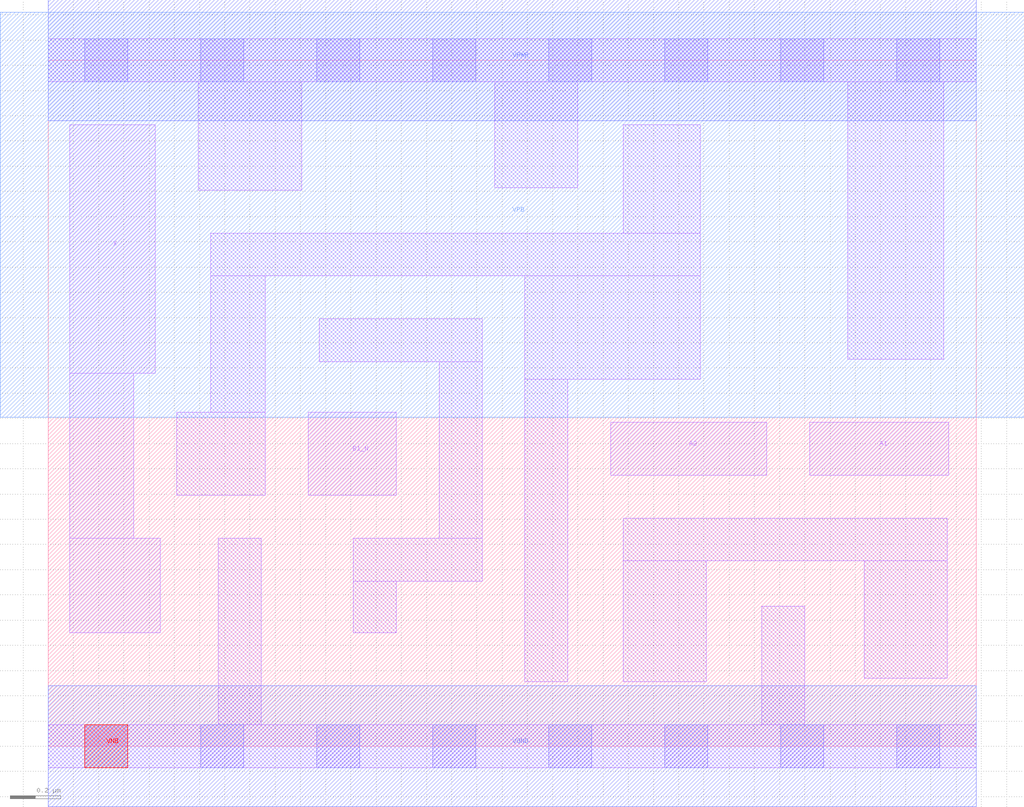
<source format=lef>
# Copyright 2020 The SkyWater PDK Authors
#
# Licensed under the Apache License, Version 2.0 (the "License");
# you may not use this file except in compliance with the License.
# You may obtain a copy of the License at
#
#     https://www.apache.org/licenses/LICENSE-2.0
#
# Unless required by applicable law or agreed to in writing, software
# distributed under the License is distributed on an "AS IS" BASIS,
# WITHOUT WARRANTIES OR CONDITIONS OF ANY KIND, either express or implied.
# See the License for the specific language governing permissions and
# limitations under the License.
#
# SPDX-License-Identifier: Apache-2.0

VERSION 5.7 ;
  NOWIREEXTENSIONATPIN ON ;
  DIVIDERCHAR "/" ;
  BUSBITCHARS "[]" ;
PROPERTYDEFINITIONS
  MACRO maskLayoutSubType STRING ;
  MACRO prCellType STRING ;
  MACRO originalViewName STRING ;
END PROPERTYDEFINITIONS
MACRO sky130_fd_sc_hdll__o21ba_1
  CLASS CORE ;
  FOREIGN sky130_fd_sc_hdll__o21ba_1 ;
  ORIGIN  0.000000  0.000000 ;
  SIZE  3.680000 BY  2.720000 ;
  SYMMETRY X Y R90 ;
  SITE unithd ;
  PIN A1
    ANTENNAGATEAREA  0.277500 ;
    DIRECTION INPUT ;
    USE SIGNAL ;
    PORT
      LAYER li1 ;
        RECT 3.020000 1.075000 3.570000 1.285000 ;
    END
  END A1
  PIN A2
    ANTENNAGATEAREA  0.277500 ;
    DIRECTION INPUT ;
    USE SIGNAL ;
    PORT
      LAYER li1 ;
        RECT 2.230000 1.075000 2.850000 1.285000 ;
    END
  END A2
  PIN B1_N
    ANTENNAGATEAREA  0.138600 ;
    DIRECTION INPUT ;
    USE SIGNAL ;
    PORT
      LAYER li1 ;
        RECT 1.030000 0.995000 1.380000 1.325000 ;
    END
  END B1_N
  PIN VNB
    PORT
      LAYER pwell ;
        RECT 0.145000 -0.085000 0.315000 0.085000 ;
    END
  END VNB
  PIN VPB
    PORT
      LAYER nwell ;
        RECT -0.190000 1.305000 3.870000 2.910000 ;
    END
  END VPB
  PIN X
    ANTENNADIFFAREA  0.439000 ;
    DIRECTION OUTPUT ;
    USE SIGNAL ;
    PORT
      LAYER li1 ;
        RECT 0.085000 0.450000 0.445000 0.825000 ;
        RECT 0.085000 0.825000 0.340000 1.480000 ;
        RECT 0.085000 1.480000 0.425000 2.465000 ;
    END
  END X
  PIN VGND
    DIRECTION INOUT ;
    USE GROUND ;
    PORT
      LAYER met1 ;
        RECT 0.000000 -0.240000 3.680000 0.240000 ;
    END
  END VGND
  PIN VPWR
    DIRECTION INOUT ;
    USE POWER ;
    PORT
      LAYER met1 ;
        RECT 0.000000 2.480000 3.680000 2.960000 ;
    END
  END VPWR
  OBS
    LAYER li1 ;
      RECT 0.000000 -0.085000 3.680000 0.085000 ;
      RECT 0.000000  2.635000 3.680000 2.805000 ;
      RECT 0.510000  0.995000 0.860000 1.325000 ;
      RECT 0.595000  2.205000 1.005000 2.635000 ;
      RECT 0.645000  1.325000 0.860000 1.865000 ;
      RECT 0.645000  1.865000 2.585000 2.035000 ;
      RECT 0.675000  0.085000 0.845000 0.825000 ;
      RECT 1.075000  1.525000 1.720000 1.695000 ;
      RECT 1.210000  0.450000 1.380000 0.655000 ;
      RECT 1.210000  0.655000 1.720000 0.825000 ;
      RECT 1.550000  0.825000 1.720000 1.525000 ;
      RECT 1.770000  2.215000 2.100000 2.635000 ;
      RECT 1.890000  0.255000 2.060000 1.455000 ;
      RECT 1.890000  1.455000 2.585000 1.865000 ;
      RECT 2.280000  0.255000 2.610000 0.735000 ;
      RECT 2.280000  0.735000 3.565000 0.905000 ;
      RECT 2.280000  2.035000 2.585000 2.465000 ;
      RECT 2.830000  0.085000 3.000000 0.555000 ;
      RECT 3.170000  1.535000 3.550000 2.635000 ;
      RECT 3.235000  0.270000 3.565000 0.735000 ;
    LAYER mcon ;
      RECT 0.145000 -0.085000 0.315000 0.085000 ;
      RECT 0.145000  2.635000 0.315000 2.805000 ;
      RECT 0.605000 -0.085000 0.775000 0.085000 ;
      RECT 0.605000  2.635000 0.775000 2.805000 ;
      RECT 1.065000 -0.085000 1.235000 0.085000 ;
      RECT 1.065000  2.635000 1.235000 2.805000 ;
      RECT 1.525000 -0.085000 1.695000 0.085000 ;
      RECT 1.525000  2.635000 1.695000 2.805000 ;
      RECT 1.985000 -0.085000 2.155000 0.085000 ;
      RECT 1.985000  2.635000 2.155000 2.805000 ;
      RECT 2.445000 -0.085000 2.615000 0.085000 ;
      RECT 2.445000  2.635000 2.615000 2.805000 ;
      RECT 2.905000 -0.085000 3.075000 0.085000 ;
      RECT 2.905000  2.635000 3.075000 2.805000 ;
      RECT 3.365000 -0.085000 3.535000 0.085000 ;
      RECT 3.365000  2.635000 3.535000 2.805000 ;
  END
  PROPERTY maskLayoutSubType "abstract" ;
  PROPERTY prCellType "standard" ;
  PROPERTY originalViewName "layout" ;
END sky130_fd_sc_hdll__o21ba_1
END LIBRARY

</source>
